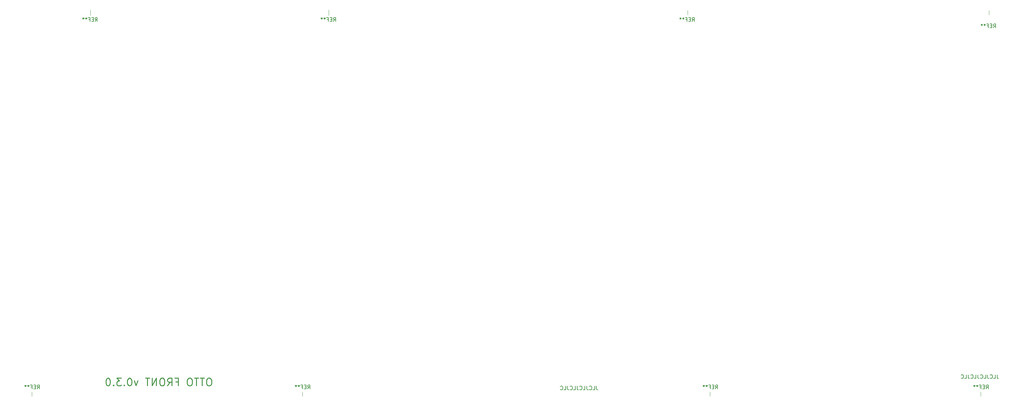
<source format=gbr>
%TF.GenerationSoftware,KiCad,Pcbnew,5.1.9*%
%TF.CreationDate,2021-03-31T15:24:55+02:00*%
%TF.ProjectId,OTTO-Beta-Front,4f54544f-2d42-4657-9461-2d46726f6e74,rev?*%
%TF.SameCoordinates,Original*%
%TF.FileFunction,Legend,Bot*%
%TF.FilePolarity,Positive*%
%FSLAX46Y46*%
G04 Gerber Fmt 4.6, Leading zero omitted, Abs format (unit mm)*
G04 Created by KiCad (PCBNEW 5.1.9) date 2021-03-31 15:24:55*
%MOMM*%
%LPD*%
G01*
G04 APERTURE LIST*
%ADD10C,0.250000*%
%ADD11C,0.150000*%
%ADD12C,0.120000*%
G04 APERTURE END LIST*
D10*
X82305028Y-105923561D02*
X81924076Y-105923561D01*
X81733600Y-106018800D01*
X81543123Y-106209276D01*
X81447885Y-106590228D01*
X81447885Y-107256895D01*
X81543123Y-107637847D01*
X81733600Y-107828323D01*
X81924076Y-107923561D01*
X82305028Y-107923561D01*
X82495504Y-107828323D01*
X82685980Y-107637847D01*
X82781219Y-107256895D01*
X82781219Y-106590228D01*
X82685980Y-106209276D01*
X82495504Y-106018800D01*
X82305028Y-105923561D01*
X80876457Y-105923561D02*
X79733600Y-105923561D01*
X80305028Y-107923561D02*
X80305028Y-105923561D01*
X79352647Y-105923561D02*
X78209790Y-105923561D01*
X78781219Y-107923561D02*
X78781219Y-105923561D01*
X77162171Y-105923561D02*
X76781219Y-105923561D01*
X76590742Y-106018800D01*
X76400266Y-106209276D01*
X76305028Y-106590228D01*
X76305028Y-107256895D01*
X76400266Y-107637847D01*
X76590742Y-107828323D01*
X76781219Y-107923561D01*
X77162171Y-107923561D01*
X77352647Y-107828323D01*
X77543123Y-107637847D01*
X77638361Y-107256895D01*
X77638361Y-106590228D01*
X77543123Y-106209276D01*
X77352647Y-106018800D01*
X77162171Y-105923561D01*
X73257409Y-106875942D02*
X73924076Y-106875942D01*
X73924076Y-107923561D02*
X73924076Y-105923561D01*
X72971695Y-105923561D01*
X71066933Y-107923561D02*
X71733600Y-106971180D01*
X72209790Y-107923561D02*
X72209790Y-105923561D01*
X71447885Y-105923561D01*
X71257409Y-106018800D01*
X71162171Y-106114038D01*
X71066933Y-106304514D01*
X71066933Y-106590228D01*
X71162171Y-106780704D01*
X71257409Y-106875942D01*
X71447885Y-106971180D01*
X72209790Y-106971180D01*
X69828838Y-105923561D02*
X69447885Y-105923561D01*
X69257409Y-106018800D01*
X69066933Y-106209276D01*
X68971695Y-106590228D01*
X68971695Y-107256895D01*
X69066933Y-107637847D01*
X69257409Y-107828323D01*
X69447885Y-107923561D01*
X69828838Y-107923561D01*
X70019314Y-107828323D01*
X70209790Y-107637847D01*
X70305028Y-107256895D01*
X70305028Y-106590228D01*
X70209790Y-106209276D01*
X70019314Y-106018800D01*
X69828838Y-105923561D01*
X68114552Y-107923561D02*
X68114552Y-105923561D01*
X66971695Y-107923561D01*
X66971695Y-105923561D01*
X66305028Y-105923561D02*
X65162171Y-105923561D01*
X65733600Y-107923561D02*
X65733600Y-105923561D01*
X63162171Y-106590228D02*
X62685980Y-107923561D01*
X62209790Y-106590228D01*
X61066933Y-105923561D02*
X60876457Y-105923561D01*
X60685980Y-106018800D01*
X60590742Y-106114038D01*
X60495504Y-106304514D01*
X60400266Y-106685466D01*
X60400266Y-107161657D01*
X60495504Y-107542609D01*
X60590742Y-107733085D01*
X60685980Y-107828323D01*
X60876457Y-107923561D01*
X61066933Y-107923561D01*
X61257409Y-107828323D01*
X61352647Y-107733085D01*
X61447885Y-107542609D01*
X61543123Y-107161657D01*
X61543123Y-106685466D01*
X61447885Y-106304514D01*
X61352647Y-106114038D01*
X61257409Y-106018800D01*
X61066933Y-105923561D01*
X59543123Y-107733085D02*
X59447885Y-107828323D01*
X59543123Y-107923561D01*
X59638361Y-107828323D01*
X59543123Y-107733085D01*
X59543123Y-107923561D01*
X58781219Y-105923561D02*
X57543123Y-105923561D01*
X58209790Y-106685466D01*
X57924076Y-106685466D01*
X57733600Y-106780704D01*
X57638361Y-106875942D01*
X57543123Y-107066419D01*
X57543123Y-107542609D01*
X57638361Y-107733085D01*
X57733600Y-107828323D01*
X57924076Y-107923561D01*
X58495504Y-107923561D01*
X58685980Y-107828323D01*
X58781219Y-107733085D01*
X56685980Y-107733085D02*
X56590742Y-107828323D01*
X56685980Y-107923561D01*
X56781219Y-107828323D01*
X56685980Y-107733085D01*
X56685980Y-107923561D01*
X55352647Y-105923561D02*
X55162171Y-105923561D01*
X54971695Y-106018800D01*
X54876457Y-106114038D01*
X54781219Y-106304514D01*
X54685980Y-106685466D01*
X54685980Y-107161657D01*
X54781219Y-107542609D01*
X54876457Y-107733085D01*
X54971695Y-107828323D01*
X55162171Y-107923561D01*
X55352647Y-107923561D01*
X55543123Y-107828323D01*
X55638361Y-107733085D01*
X55733600Y-107542609D01*
X55828838Y-107161657D01*
X55828838Y-106685466D01*
X55733600Y-106304514D01*
X55638361Y-106114038D01*
X55543123Y-106018800D01*
X55352647Y-105923561D01*
D11*
X185202647Y-108041180D02*
X185202647Y-108755466D01*
X185250266Y-108898323D01*
X185345504Y-108993561D01*
X185488361Y-109041180D01*
X185583600Y-109041180D01*
X184250266Y-109041180D02*
X184726457Y-109041180D01*
X184726457Y-108041180D01*
X183345504Y-108945942D02*
X183393123Y-108993561D01*
X183535980Y-109041180D01*
X183631219Y-109041180D01*
X183774076Y-108993561D01*
X183869314Y-108898323D01*
X183916933Y-108803085D01*
X183964552Y-108612609D01*
X183964552Y-108469752D01*
X183916933Y-108279276D01*
X183869314Y-108184038D01*
X183774076Y-108088800D01*
X183631219Y-108041180D01*
X183535980Y-108041180D01*
X183393123Y-108088800D01*
X183345504Y-108136419D01*
X182631219Y-108041180D02*
X182631219Y-108755466D01*
X182678838Y-108898323D01*
X182774076Y-108993561D01*
X182916933Y-109041180D01*
X183012171Y-109041180D01*
X181678838Y-109041180D02*
X182155028Y-109041180D01*
X182155028Y-108041180D01*
X180774076Y-108945942D02*
X180821695Y-108993561D01*
X180964552Y-109041180D01*
X181059790Y-109041180D01*
X181202647Y-108993561D01*
X181297885Y-108898323D01*
X181345504Y-108803085D01*
X181393123Y-108612609D01*
X181393123Y-108469752D01*
X181345504Y-108279276D01*
X181297885Y-108184038D01*
X181202647Y-108088800D01*
X181059790Y-108041180D01*
X180964552Y-108041180D01*
X180821695Y-108088800D01*
X180774076Y-108136419D01*
X180059790Y-108041180D02*
X180059790Y-108755466D01*
X180107409Y-108898323D01*
X180202647Y-108993561D01*
X180345504Y-109041180D01*
X180440742Y-109041180D01*
X179107409Y-109041180D02*
X179583600Y-109041180D01*
X179583600Y-108041180D01*
X178202647Y-108945942D02*
X178250266Y-108993561D01*
X178393123Y-109041180D01*
X178488361Y-109041180D01*
X178631219Y-108993561D01*
X178726457Y-108898323D01*
X178774076Y-108803085D01*
X178821695Y-108612609D01*
X178821695Y-108469752D01*
X178774076Y-108279276D01*
X178726457Y-108184038D01*
X178631219Y-108088800D01*
X178488361Y-108041180D01*
X178393123Y-108041180D01*
X178250266Y-108088800D01*
X178202647Y-108136419D01*
X177488361Y-108041180D02*
X177488361Y-108755466D01*
X177535980Y-108898323D01*
X177631219Y-108993561D01*
X177774076Y-109041180D01*
X177869314Y-109041180D01*
X176535980Y-109041180D02*
X177012171Y-109041180D01*
X177012171Y-108041180D01*
X175631219Y-108945942D02*
X175678838Y-108993561D01*
X175821695Y-109041180D01*
X175916933Y-109041180D01*
X176059790Y-108993561D01*
X176155028Y-108898323D01*
X176202647Y-108803085D01*
X176250266Y-108612609D01*
X176250266Y-108469752D01*
X176202647Y-108279276D01*
X176155028Y-108184038D01*
X176059790Y-108088800D01*
X175916933Y-108041180D01*
X175821695Y-108041180D01*
X175678838Y-108088800D01*
X175631219Y-108136419D01*
X291819047Y-105002380D02*
X291819047Y-105716666D01*
X291866666Y-105859523D01*
X291961904Y-105954761D01*
X292104761Y-106002380D01*
X292200000Y-106002380D01*
X290866666Y-106002380D02*
X291342857Y-106002380D01*
X291342857Y-105002380D01*
X289961904Y-105907142D02*
X290009523Y-105954761D01*
X290152380Y-106002380D01*
X290247619Y-106002380D01*
X290390476Y-105954761D01*
X290485714Y-105859523D01*
X290533333Y-105764285D01*
X290580952Y-105573809D01*
X290580952Y-105430952D01*
X290533333Y-105240476D01*
X290485714Y-105145238D01*
X290390476Y-105050000D01*
X290247619Y-105002380D01*
X290152380Y-105002380D01*
X290009523Y-105050000D01*
X289961904Y-105097619D01*
X289247619Y-105002380D02*
X289247619Y-105716666D01*
X289295238Y-105859523D01*
X289390476Y-105954761D01*
X289533333Y-106002380D01*
X289628571Y-106002380D01*
X288295238Y-106002380D02*
X288771428Y-106002380D01*
X288771428Y-105002380D01*
X287390476Y-105907142D02*
X287438095Y-105954761D01*
X287580952Y-106002380D01*
X287676190Y-106002380D01*
X287819047Y-105954761D01*
X287914285Y-105859523D01*
X287961904Y-105764285D01*
X288009523Y-105573809D01*
X288009523Y-105430952D01*
X287961904Y-105240476D01*
X287914285Y-105145238D01*
X287819047Y-105050000D01*
X287676190Y-105002380D01*
X287580952Y-105002380D01*
X287438095Y-105050000D01*
X287390476Y-105097619D01*
X286676190Y-105002380D02*
X286676190Y-105716666D01*
X286723809Y-105859523D01*
X286819047Y-105954761D01*
X286961904Y-106002380D01*
X287057142Y-106002380D01*
X285723809Y-106002380D02*
X286200000Y-106002380D01*
X286200000Y-105002380D01*
X284819047Y-105907142D02*
X284866666Y-105954761D01*
X285009523Y-106002380D01*
X285104761Y-106002380D01*
X285247619Y-105954761D01*
X285342857Y-105859523D01*
X285390476Y-105764285D01*
X285438095Y-105573809D01*
X285438095Y-105430952D01*
X285390476Y-105240476D01*
X285342857Y-105145238D01*
X285247619Y-105050000D01*
X285104761Y-105002380D01*
X285009523Y-105002380D01*
X284866666Y-105050000D01*
X284819047Y-105097619D01*
X284104761Y-105002380D02*
X284104761Y-105716666D01*
X284152380Y-105859523D01*
X284247619Y-105954761D01*
X284390476Y-106002380D01*
X284485714Y-106002380D01*
X283152380Y-106002380D02*
X283628571Y-106002380D01*
X283628571Y-105002380D01*
X282247619Y-105907142D02*
X282295238Y-105954761D01*
X282438095Y-106002380D01*
X282533333Y-106002380D01*
X282676190Y-105954761D01*
X282771428Y-105859523D01*
X282819047Y-105764285D01*
X282866666Y-105573809D01*
X282866666Y-105430952D01*
X282819047Y-105240476D01*
X282771428Y-105145238D01*
X282676190Y-105050000D01*
X282533333Y-105002380D01*
X282438095Y-105002380D01*
X282295238Y-105050000D01*
X282247619Y-105097619D01*
D12*
X50560000Y-9420000D02*
X50560000Y-8020000D01*
X113980000Y-9420000D02*
X113980000Y-8020000D01*
X34960000Y-109610000D02*
X34960000Y-110710000D01*
X106930000Y-109600000D02*
X106930000Y-110700000D01*
X209430000Y-9320000D02*
X209430000Y-8220000D01*
X289610000Y-9320000D02*
X289610000Y-8220000D01*
X215430000Y-109600000D02*
X215430000Y-110700000D01*
X287430000Y-109600000D02*
X287430000Y-110700000D01*
D11*
X51793333Y-11072380D02*
X52126666Y-10596190D01*
X52364761Y-11072380D02*
X52364761Y-10072380D01*
X51983809Y-10072380D01*
X51888571Y-10120000D01*
X51840952Y-10167619D01*
X51793333Y-10262857D01*
X51793333Y-10405714D01*
X51840952Y-10500952D01*
X51888571Y-10548571D01*
X51983809Y-10596190D01*
X52364761Y-10596190D01*
X51364761Y-10548571D02*
X51031428Y-10548571D01*
X50888571Y-11072380D02*
X51364761Y-11072380D01*
X51364761Y-10072380D01*
X50888571Y-10072380D01*
X50126666Y-10548571D02*
X50460000Y-10548571D01*
X50460000Y-11072380D02*
X50460000Y-10072380D01*
X49983809Y-10072380D01*
X49460000Y-10072380D02*
X49460000Y-10310476D01*
X49698095Y-10215238D02*
X49460000Y-10310476D01*
X49221904Y-10215238D01*
X49602857Y-10500952D02*
X49460000Y-10310476D01*
X49317142Y-10500952D01*
X48698095Y-10072380D02*
X48698095Y-10310476D01*
X48936190Y-10215238D02*
X48698095Y-10310476D01*
X48460000Y-10215238D01*
X48840952Y-10500952D02*
X48698095Y-10310476D01*
X48555238Y-10500952D01*
X115213333Y-11072380D02*
X115546666Y-10596190D01*
X115784761Y-11072380D02*
X115784761Y-10072380D01*
X115403809Y-10072380D01*
X115308571Y-10120000D01*
X115260952Y-10167619D01*
X115213333Y-10262857D01*
X115213333Y-10405714D01*
X115260952Y-10500952D01*
X115308571Y-10548571D01*
X115403809Y-10596190D01*
X115784761Y-10596190D01*
X114784761Y-10548571D02*
X114451428Y-10548571D01*
X114308571Y-11072380D02*
X114784761Y-11072380D01*
X114784761Y-10072380D01*
X114308571Y-10072380D01*
X113546666Y-10548571D02*
X113880000Y-10548571D01*
X113880000Y-11072380D02*
X113880000Y-10072380D01*
X113403809Y-10072380D01*
X112880000Y-10072380D02*
X112880000Y-10310476D01*
X113118095Y-10215238D02*
X112880000Y-10310476D01*
X112641904Y-10215238D01*
X113022857Y-10500952D02*
X112880000Y-10310476D01*
X112737142Y-10500952D01*
X112118095Y-10072380D02*
X112118095Y-10310476D01*
X112356190Y-10215238D02*
X112118095Y-10310476D01*
X111880000Y-10215238D01*
X112260952Y-10500952D02*
X112118095Y-10310476D01*
X111975238Y-10500952D01*
X36393333Y-108762380D02*
X36726666Y-108286190D01*
X36964761Y-108762380D02*
X36964761Y-107762380D01*
X36583809Y-107762380D01*
X36488571Y-107810000D01*
X36440952Y-107857619D01*
X36393333Y-107952857D01*
X36393333Y-108095714D01*
X36440952Y-108190952D01*
X36488571Y-108238571D01*
X36583809Y-108286190D01*
X36964761Y-108286190D01*
X35964761Y-108238571D02*
X35631428Y-108238571D01*
X35488571Y-108762380D02*
X35964761Y-108762380D01*
X35964761Y-107762380D01*
X35488571Y-107762380D01*
X34726666Y-108238571D02*
X35060000Y-108238571D01*
X35060000Y-108762380D02*
X35060000Y-107762380D01*
X34583809Y-107762380D01*
X34060000Y-107762380D02*
X34060000Y-108000476D01*
X34298095Y-107905238D02*
X34060000Y-108000476D01*
X33821904Y-107905238D01*
X34202857Y-108190952D02*
X34060000Y-108000476D01*
X33917142Y-108190952D01*
X33298095Y-107762380D02*
X33298095Y-108000476D01*
X33536190Y-107905238D02*
X33298095Y-108000476D01*
X33060000Y-107905238D01*
X33440952Y-108190952D02*
X33298095Y-108000476D01*
X33155238Y-108190952D01*
X108363333Y-108752380D02*
X108696666Y-108276190D01*
X108934761Y-108752380D02*
X108934761Y-107752380D01*
X108553809Y-107752380D01*
X108458571Y-107800000D01*
X108410952Y-107847619D01*
X108363333Y-107942857D01*
X108363333Y-108085714D01*
X108410952Y-108180952D01*
X108458571Y-108228571D01*
X108553809Y-108276190D01*
X108934761Y-108276190D01*
X107934761Y-108228571D02*
X107601428Y-108228571D01*
X107458571Y-108752380D02*
X107934761Y-108752380D01*
X107934761Y-107752380D01*
X107458571Y-107752380D01*
X106696666Y-108228571D02*
X107030000Y-108228571D01*
X107030000Y-108752380D02*
X107030000Y-107752380D01*
X106553809Y-107752380D01*
X106030000Y-107752380D02*
X106030000Y-107990476D01*
X106268095Y-107895238D02*
X106030000Y-107990476D01*
X105791904Y-107895238D01*
X106172857Y-108180952D02*
X106030000Y-107990476D01*
X105887142Y-108180952D01*
X105268095Y-107752380D02*
X105268095Y-107990476D01*
X105506190Y-107895238D02*
X105268095Y-107990476D01*
X105030000Y-107895238D01*
X105410952Y-108180952D02*
X105268095Y-107990476D01*
X105125238Y-108180952D01*
X210663333Y-11072380D02*
X210996666Y-10596190D01*
X211234761Y-11072380D02*
X211234761Y-10072380D01*
X210853809Y-10072380D01*
X210758571Y-10120000D01*
X210710952Y-10167619D01*
X210663333Y-10262857D01*
X210663333Y-10405714D01*
X210710952Y-10500952D01*
X210758571Y-10548571D01*
X210853809Y-10596190D01*
X211234761Y-10596190D01*
X210234761Y-10548571D02*
X209901428Y-10548571D01*
X209758571Y-11072380D02*
X210234761Y-11072380D01*
X210234761Y-10072380D01*
X209758571Y-10072380D01*
X208996666Y-10548571D02*
X209330000Y-10548571D01*
X209330000Y-11072380D02*
X209330000Y-10072380D01*
X208853809Y-10072380D01*
X208330000Y-10072380D02*
X208330000Y-10310476D01*
X208568095Y-10215238D02*
X208330000Y-10310476D01*
X208091904Y-10215238D01*
X208472857Y-10500952D02*
X208330000Y-10310476D01*
X208187142Y-10500952D01*
X207568095Y-10072380D02*
X207568095Y-10310476D01*
X207806190Y-10215238D02*
X207568095Y-10310476D01*
X207330000Y-10215238D01*
X207710952Y-10500952D02*
X207568095Y-10310476D01*
X207425238Y-10500952D01*
X290843333Y-12772380D02*
X291176666Y-12296190D01*
X291414761Y-12772380D02*
X291414761Y-11772380D01*
X291033809Y-11772380D01*
X290938571Y-11820000D01*
X290890952Y-11867619D01*
X290843333Y-11962857D01*
X290843333Y-12105714D01*
X290890952Y-12200952D01*
X290938571Y-12248571D01*
X291033809Y-12296190D01*
X291414761Y-12296190D01*
X290414761Y-12248571D02*
X290081428Y-12248571D01*
X289938571Y-12772380D02*
X290414761Y-12772380D01*
X290414761Y-11772380D01*
X289938571Y-11772380D01*
X289176666Y-12248571D02*
X289510000Y-12248571D01*
X289510000Y-12772380D02*
X289510000Y-11772380D01*
X289033809Y-11772380D01*
X288510000Y-11772380D02*
X288510000Y-12010476D01*
X288748095Y-11915238D02*
X288510000Y-12010476D01*
X288271904Y-11915238D01*
X288652857Y-12200952D02*
X288510000Y-12010476D01*
X288367142Y-12200952D01*
X287748095Y-11772380D02*
X287748095Y-12010476D01*
X287986190Y-11915238D02*
X287748095Y-12010476D01*
X287510000Y-11915238D01*
X287890952Y-12200952D02*
X287748095Y-12010476D01*
X287605238Y-12200952D01*
X216863333Y-108752380D02*
X217196666Y-108276190D01*
X217434761Y-108752380D02*
X217434761Y-107752380D01*
X217053809Y-107752380D01*
X216958571Y-107800000D01*
X216910952Y-107847619D01*
X216863333Y-107942857D01*
X216863333Y-108085714D01*
X216910952Y-108180952D01*
X216958571Y-108228571D01*
X217053809Y-108276190D01*
X217434761Y-108276190D01*
X216434761Y-108228571D02*
X216101428Y-108228571D01*
X215958571Y-108752380D02*
X216434761Y-108752380D01*
X216434761Y-107752380D01*
X215958571Y-107752380D01*
X215196666Y-108228571D02*
X215530000Y-108228571D01*
X215530000Y-108752380D02*
X215530000Y-107752380D01*
X215053809Y-107752380D01*
X214530000Y-107752380D02*
X214530000Y-107990476D01*
X214768095Y-107895238D02*
X214530000Y-107990476D01*
X214291904Y-107895238D01*
X214672857Y-108180952D02*
X214530000Y-107990476D01*
X214387142Y-108180952D01*
X213768095Y-107752380D02*
X213768095Y-107990476D01*
X214006190Y-107895238D02*
X213768095Y-107990476D01*
X213530000Y-107895238D01*
X213910952Y-108180952D02*
X213768095Y-107990476D01*
X213625238Y-108180952D01*
X288863333Y-108752380D02*
X289196666Y-108276190D01*
X289434761Y-108752380D02*
X289434761Y-107752380D01*
X289053809Y-107752380D01*
X288958571Y-107800000D01*
X288910952Y-107847619D01*
X288863333Y-107942857D01*
X288863333Y-108085714D01*
X288910952Y-108180952D01*
X288958571Y-108228571D01*
X289053809Y-108276190D01*
X289434761Y-108276190D01*
X288434761Y-108228571D02*
X288101428Y-108228571D01*
X287958571Y-108752380D02*
X288434761Y-108752380D01*
X288434761Y-107752380D01*
X287958571Y-107752380D01*
X287196666Y-108228571D02*
X287530000Y-108228571D01*
X287530000Y-108752380D02*
X287530000Y-107752380D01*
X287053809Y-107752380D01*
X286530000Y-107752380D02*
X286530000Y-107990476D01*
X286768095Y-107895238D02*
X286530000Y-107990476D01*
X286291904Y-107895238D01*
X286672857Y-108180952D02*
X286530000Y-107990476D01*
X286387142Y-108180952D01*
X285768095Y-107752380D02*
X285768095Y-107990476D01*
X286006190Y-107895238D02*
X285768095Y-107990476D01*
X285530000Y-107895238D01*
X285910952Y-108180952D02*
X285768095Y-107990476D01*
X285625238Y-108180952D01*
M02*

</source>
